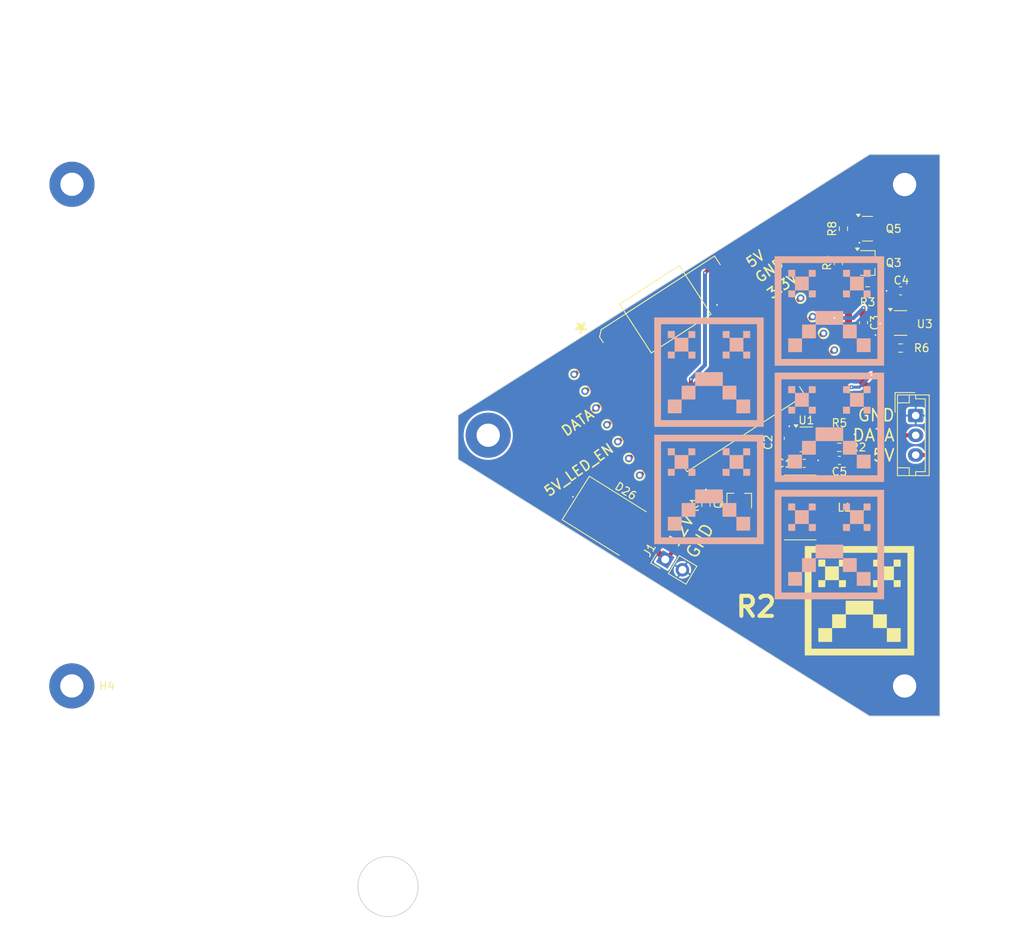
<source format=kicad_pcb>
(kicad_pcb (version 20240108) (generator "pcbnew") (generator_version "8.0")
  (layers (0 "F.Cu" signal) (31 "B.Cu" signal) (35 "F.Paste" user) (36 "B.SilkS" user "B.Silkscreen") (37 "F.SilkS" user "F.Silkscreen") (38 "B.Mask" user) (39 "F.Mask" user) (44 "Edge.Cuts" user))
  (net 0 "")
  (net 1 "GND")
  (net 2 "+12V")
  (net 3 "+3.3V")
  (net 4 "+5V")
  (net 5 "Net-(Q1-S)")
  (net 6 "LED_DATA_3.3V")
  (net 7 "LED_DATA_5V")
  (net 8 "Net-(Q3-G)")
  (net 9 "LED_ENABLE")
  (net 10 "5V_LED")
  (net 11 "Net-(U2-PA02_A0_D0)")
  (net 12 "Net-(U2-PA11_A3_D3)")
  (net 13 "Net-(U2-PA9_A5_D5_SCL)")
  (net 14 "Net-(U2-PB08_A6_D6_TX)")
  (net 15 "Net-(U2-PA6_A10_D10_MOSI)")
  (net 16 "Net-(U2-PA5_A9_D9_MISO)")
  (net 17 "Net-(U2-PA7_A8_D8_SCK)")
  (net 18 "Net-(U2-PB09_A7_D7_RX)")
  (net 19 "Net-(Q1-G)")
  (net 20 "Net-(U2-PA4_A1_D1)")
  (net 21 "Net-(Q5-B)")
  (net 22 "Net-(J4-Pin_2)")
  (net 23 "Net-(U1-SW)")
  (net 24 "Net-(U1-VBST)")
  (net 25 "Net-(U1-VFB)")
  (footprint "1-rjc-rv:TP_Wire-26ga" (layer "F.Cu") (at 45.085 -38.735 33)
    (property "Reference" "TP9" (hide yes))
    (property "Value" "TestPoint")
    (pad "1" thru_hole circle (at 0 0 33) (size 0.9398 0.9398) (drill 0.5334) (layers "*.Cu" "*.Mask") (net 18 "Net-(U2-PB09_A7_D7_RX)"))
  )
  (footprint "Capacitor_SMD:C_0603_1608Metric_Pad1.08x0.95mm_HandSolder" (layer "F.Cu") (at 53.467 -46.228 180)
    (property "Reference" "C4" (at -0.094 1.336 180) (layer "F.SilkS"))
    (property "Value" "1u")
    (pad "1" smd roundrect (at -0.8625 0 180) (size 1.075 0.95) (layers "F.Cu" "F.Paste" "F.Mask") (net 4 "+5V"))
    (pad "2" smd roundrect (at 0.8625 0 180) (size 1.075 0.95) (layers "F.Cu" "F.Paste" "F.Mask") (net 1 "GND"))
  )
  (footprint "Diode_SMD:D_SMC" (layer "F.Cu") (at 16.51 -17.399 -32)
    (property "Reference" "D26" (at 0 -4.1 -32) (layer "F.SilkS"))
    (property "Value" "SMCJ28CA")
    (pad "1" smd roundrect (at -3.4 0.000001 58) (size 3.3 2.5) (layers "F.Cu" "F.Paste" "F.Mask") (roundrect_rratio 0.1) (net 1 "GND"))
    (pad "2" smd roundrect (at 3.4 -0.000001 58) (size 3.3 2.5) (layers "F.Cu" "F.Paste" "F.Mask") (roundrect_rratio 0.1) (net 2 "+12V"))
  )
  (footprint "KM-ESP-Kit:Mount-Hole-#4" (layer "F.Cu") (at 53.972221 3.809637)
    (property "Reference" "H3" (hide yes))
    (property "Value" "MountingHole_Pad")
    (pad "1" thru_hole circle (at 0 0) (size 5.715 5.715) (drill 2.9464) (layers "*.Cu" "*.Mask") (net 1 "GND"))
  )
  (footprint "Package_TO_SOT_SMD:TSOT-23" (layer "F.Cu") (at 33.02 -19.637782 90)
    (property "Reference" "Q1" (at 0 -2.6 90) (layer "F.SilkS"))
    (property "Value" "DMP3099L")
    (pad "1" smd roundrect (at -1.31 -0.95 90) (size 1.22 0.65) (layers "F.Cu" "F.Paste" "F.Mask") (net 19 "Net-(Q1-G)"))
    (pad "2" smd roundrect (at -1.31 0.95 90) (size 1.22 0.65) (layers "F.Cu" "F.Paste" "F.Mask") (net 5 "Net-(Q1-S)"))
    (pad "3" smd roundrect (at 1.31 0 90) (size 1.22 0.65) (layers "F.Cu" "F.Paste" "F.Mask") (net 2 "+12V"))
  )
  (footprint "KM-ESP-Kit:Mount-Hole-#4" (layer "F.Cu") (at 53.971113 -59.698784)
    (property "Reference" "H2" (hide yes))
    (property "Value" "MountingHole_Pad")
    (pad "1" thru_hole circle (at 0 0) (size 5.715 5.715) (drill 2.9464) (layers "*.Cu" "*.Mask") (net 1 "GND"))
  )
  (footprint "Package_TO_SOT_SMD:SOT-23-6" (layer "F.Cu") (at 53.467 -42.164)
    (property "Reference" "U3" (at 3.048 0.127 0) (layer "F.SilkS"))
    (property "Value" "TXS0101DBV")
    (pad "1" smd roundrect (at -1.1375 -0.95) (size 1.325 0.6) (layers "F.Cu" "F.Paste" "F.Mask") (net 3 "+3.3V"))
    (pad "2" smd roundrect (at -1.1375 0) (size 1.325 0.6) (layers "F.Cu" "F.Paste" "F.Mask") (net 1 "GND"))
    (pad "3" smd roundrect (at -1.1375 0.95) (size 1.325 0.6) (layers "F.Cu" "F.Paste" "F.Mask") (net 6 "LED_DATA_3.3V"))
    (pad "4" smd roundrect (at 1.1375 0.95) (size 1.325 0.6) (layers "F.Cu" "F.Paste" "F.Mask") (net 7 "LED_DATA_5V"))
    (pad "5" smd roundrect (at 1.1375 0) (size 1.325 0.6) (layers "F.Cu" "F.Paste" "F.Mask") (net 3 "+3.3V"))
    (pad "6" smd roundrect (at 1.1375 -0.95) (size 1.325 0.6) (layers "F.Cu" "F.Paste" "F.Mask") (net 4 "+5V"))
  )
  (footprint "Resistor_SMD:R_0603_1608Metric_Pad0.98x0.95mm_HandSolder" (layer "F.Cu") (at 46.228 -54.102 90)
    (property "Reference" "R8" (at 0 -1.43 90) (layer "F.SilkS"))
    (property "Value" "100k")
    (pad "1" smd roundrect (at -0.9125 0 90) (size 0.975 0.95) (layers "F.Cu" "F.Paste" "F.Mask") (net 9 "LED_ENABLE"))
    (pad "2" smd roundrect (at 0.9125 0 90) (size 0.975 0.95) (layers "F.Cu" "F.Paste" "F.Mask") (net 21 "Net-(Q5-B)"))
  )
  (footprint "Capacitor_SMD:C_0603_1608Metric_Pad1.08x0.95mm_HandSolder" (layer "F.Cu") (at 45.72 -24.765 180)
    (property "Reference" "C5" (at 0 -1.43 180) (layer "F.SilkS"))
    (property "Value" "22u")
    (pad "1" smd roundrect (at -0.8625 0 180) (size 1.075 0.95) (layers "F.Cu" "F.Paste" "F.Mask") (net 4 "+5V"))
    (pad "2" smd roundrect (at 0.8625 0 180) (size 1.075 0.95) (layers "F.Cu" "F.Paste" "F.Mask") (net 1 "GND"))
  )
  (footprint "1-rjc-rv:brokedit_icon_750x750" (layer "F.Cu") (at 48.26 -6.985)
    (property "Reference" "FID1" (hide yes))
    (property "Value" "Fiducial" (hide yes))
  )
  (footprint "KM-ESP-Kit:Mount-Hole-#4-NoPad" (layer "F.Cu") (at 1.266105 -27.948781)
    (property "Reference" "H1" (hide yes))
    (property "Value" "MountingHole")
    (pad "" np_thru_hole circle (at 0 0) (size 5.715 5.715) (drill 2.9464) (layers "F&B.Cu" "*.Mask"))
  )
  (footprint "Resistor_SMD:R_0603_1608Metric_Pad0.98x0.95mm_HandSolder" (layer "F.Cu") (at 53.467 -38.989 180)
    (property "Reference" "R6" (at -2.667 0 180) (layer "F.SilkS"))
    (property "Value" "300")
    (pad "1" smd roundrect (at -0.9125 0 180) (size 0.975 0.95) (layers "F.Cu" "F.Paste" "F.Mask") (net 7 "LED_DATA_5V"))
    (pad "2" smd roundrect (at 0.9125 0 180) (size 0.975 0.95) (layers "F.Cu" "F.Paste" "F.Mask") (net 22 "Net-(J4-Pin_2)"))
  )
  (footprint "Resistor_SMD:R_0603_1608Metric_Pad0.98x0.95mm_HandSolder" (layer "F.Cu") (at 45.72 -26.416 180)
    (property "Reference" "R2" (at -2.413 0 0) (layer "F.SilkS"))
    (property "Value" "10k")
    (pad "1" smd roundrect (at -0.9125 0 180) (size 0.975 0.95) (layers "F.Cu" "F.Paste" "F.Mask") (net 4 "+5V"))
    (pad "2" smd roundrect (at 0.9125 0 180) (size 0.975 0.95) (layers "F.Cu" "F.Paste" "F.Mask") (net 25 "Net-(U1-VFB)"))
  )
  (footprint "1-rjc-rv:TP_Wire-26ga" (layer "F.Cu") (at 12.13381 -35.658282 -147)
    (property "Reference" "TP1" (hide yes))
    (property "Value" "TestPoint")
    (pad "1" thru_hole circle (at 0 0 213) (size 0.9398 0.9398) (drill 0.5334) (layers "*.Cu" "*.Mask") (net 11 "Net-(U2-PA02_A0_D0)"))
  )
  (footprint "KM-ESP-Kit:Mount-Hole-#4" (layer "F.Cu") (at -51.438898 3.801227)
    (property "Reference" "H4" (at 4.445 0 0) (layer "F.SilkS"))
    (property "Value" "MountingHole_Pad")
    (pad "1" thru_hole circle (at 0 0) (size 5.715 5.715) (drill 2.9464) (layers "*.Cu" "*.Mask") (net 1 "GND"))
  )
  (footprint "Resistor_SMD:R_0603_1608Metric_Pad0.98x0.95mm_HandSolder" (layer "F.Cu") (at 49.276 -46.228 180)
    (property "Reference" "R3" (at 0 -1.43 180) (layer "F.SilkS"))
    (property "Value" "0")
    (pad "1" smd roundrect (at -0.9125 0 180) (size 0.975 0.95) (layers "F.Cu" "F.Paste" "F.Mask") (net 10 "5V_LED"))
    (pad "2" smd roundrect (at 0.9125 0 180) (size 0.975 0.95) (layers "F.Cu" "F.Paste" "F.Mask") (net 4 "+5V"))
  )
  (footprint "Connector_PinHeader_2.54mm:PinHeader_1x02_P2.54mm_Vertical" (layer "F.Cu") (at 23.672112 -12.213677 59)
    (property "Reference" "J1" (at -0.000002 -2.330002 59) (layer "F.SilkS"))
    (property "Value" "Conn_01x04")
    (pad "1" thru_hole rect (at 0 0 59) (size 1.7 1.7) (drill 1) (layers "*.Cu" "*.Mask") (net 2 "+12V"))
    (pad "2" thru_hole oval (at 0 2.54 59) (size 1.7 1.7) (drill 1) (layers "*.Cu" "*.Mask") (net 1 "GND"))
  )
  (footprint "Connector_JST:JST_EH_B3B-EH-A_1x03_P2.50mm_Vertical" (layer "F.Cu") (at 55.371998 -30.44 -90)
    (property "Reference" "J4" (hide yes))
    (property "Value" "0.1\" header")
    (pad "1" thru_hole roundrect (at 0 0 270) (size 1.7 1.95) (drill 0.95) (layers "*.Cu" "*.Mask") (roundrect_rratio 0.147059) (net 1 "GND"))
    (pad "2" thru_hole oval (at 2.5 0 270) (size 1.7 1.95) (drill 0.95) (layers "*.Cu" "*.Mask") (net 22 "Net-(J4-Pin_2)"))
    (pad "3" thru_hole oval (at 5 0 270) (size 1.7 1.95) (drill 0.95) (layers "*.Cu" "*.Mask") (net 10 "5V_LED"))
  )
  (footprint "1-rjc-rv:TP_Wire-26ga" (layer "F.Cu") (at 17.667336 -27.137396 -147)
    (property "Reference" "TP3" (hide yes))
    (property "Value" "TestPoint")
    (pad "1" thru_hole circle (at 0 0 213) (size 0.9398 0.9398) (drill 0.5334) (layers "*.Cu" "*.Mask") (net 9 "LED_ENABLE"))
  )
  (footprint "Resistor_SMD:R_0603_1608Metric_Pad0.98x0.95mm_HandSolder" (layer "F.Cu") (at 28.829 -19.177 90)
    (property "Reference" "R1" (at 0 -1.43 90) (layer "F.SilkS"))
    (property "Value" "10k")
    (pad "1" smd roundrect (at -0.9125 0 90) (size 0.975 0.95) (layers "F.Cu" "F.Paste" "F.Mask") (net 19 "Net-(Q1-G)"))
    (pad "2" smd roundrect (at 0.9125 0 90) (size 0.975 0.95) (layers "F.Cu" "F.Paste" "F.Mask") (net 1 "GND"))
  )
  (footprint "KM-ESP-Kit:Mount-Hole-#4" (layer "F.Cu") (at -51.419685 -59.727331 -7.5)
    (property "Reference" "H5" (hide yes))
    (property "Value" "MountingHole_Pad")
    (pad "1" thru_hole circle (at 0 0 352.5) (size 5.715 5.715) (drill 2.9464) (layers "*.Cu" "*.Mask") (net 1 "GND"))
  )
  (footprint "Capacitor_SMD:C_0603_1608Metric_Pad1.08x0.95mm_HandSolder" (layer "F.Cu") (at 41.275 -24.384)
    (property "Reference" "C1" (at -2.54 0 0) (layer "F.SilkS"))
    (property "Value" "22u")
    (pad "1" smd roundrect (at -0.8625 0) (size 1.075 0.95) (layers "F.Cu" "F.Paste" "F.Mask") (net 5 "Net-(Q1-S)"))
    (pad "2" smd roundrect (at 0.8625 0) (size 1.075 0.95) (layers "F.Cu" "F.Paste" "F.Mask") (net 1 "GND"))
  )
  (footprint "1-rjc-rv:TP_Wire-26ga" (layer "F.Cu") (at 43.711202 -40.850464 33)
    (property "Reference" "TP8" (hide yes))
    (property "Value" "TestPoint")
    (pad "1" thru_hole circle (at 0 0 33) (size 0.9398 0.9398) (drill 0.5334) (layers "*.Cu" "*.Mask") (net 17 "Net-(U2-PA7_A8_D8_SCK)"))
  )
  (footprint "1-rjc-rv:TP_Wire-26ga" (layer "F.Cu") (at 19.05072 -25.007164 -147)
    (property "Reference" "TP4" (hide yes))
    (property "Value" "TestPoint")
    (pad "1" thru_hole circle (at 0 0 213) (size 0.9398 0.9398) (drill 0.5334) (layers "*.Cu" "*.Mask") (net 13 "Net-(U2-PA9_A5_D5_SCL)"))
  )
  (footprint "Inductor_SMD:L_Bourns_SRN8040TA" (layer "F.Cu") (at 40.767 -18.796)
    (property "Reference" "L1" (at 5.588 0 180) (layer "F.SilkS"))
    (property "Value" "L")
    (pad "1" smd rect (at -2.825 0 270) (size 6.6 2.85) (layers "F.Cu" "F.Paste" "F.Mask") (net 23 "Net-(U1-SW)"))
    (pad "2" smd rect (at 2.825 0 270) (size 6.6 2.85) (layers "F.Cu" "F.Paste" "F.Mask") (net 4 "+5V"))
  )
  (footprint "Resistor_SMD:R_0603_1608Metric_Pad0.98x0.95mm_HandSolder" (layer "F.Cu") (at 45.593 -49.784 90)
    (property "Reference" "R4" (at 0 -1.43 90) (layer "F.SilkS"))
    (property "Value" "100k")
    (pad "1" smd roundrect (at -0.9125 0 90) (size 0.975 0.95) (layers "F.Cu" "F.Paste" "F.Mask") (net 4 "+5V"))
    (pad "2" smd roundrect (at 0.9125 0 90) (size 0.975 0.95) (layers "F.Cu" "F.Paste" "F.Mask") (net 8 "Net-(Q3-G)"))
  )
  (footprint "KM-ESP-Kit:SeeedStudio-MOUDLE14P-SMD-2.54-21X17.8MM" (layer "F.Cu") (at 26.432773 -23.336198 33)
    (property "Reference" "U2" (hide yes))
    (property "Value" "MOUDLE-SEEEDUINO-XIAO-ESP32C3")
    (fp_text user "*" (at -2.54 -20.32 33) (layer "F.SilkS") (effects (font (size 2.54 2.54) (thickness 0.381)) (justify left bottom)))
    (pad "1" smd roundrect (at -0.1524 -18.1102 33) (size 4.572 2.032) (layers "F.Cu" "F.Paste" "F.Mask") (roundrect_rratio 0.5) (net 11 "Net-(U2-PA02_A0_D0)"))
    (pad "2" smd roundrect (at -0.152401 -15.58 33) (size 4.572 2.032) (layers "F.Cu" "F.Paste" "F.Mask") (roundrect_rratio 0.5) (net 20 "Net-(U2-PA4_A1_D1)"))
    (pad "3" smd roundrect (at -0.1524 -13.04 33) (size 4.572 2.032) (layers "F.Cu" "F.Paste" "F.Mask") (roundrect_rratio 0.5) (net 6 "LED_DATA_3.3V"))
    (pad "4" smd roundrect (at -0.1524 -10.5 33) (size 4.572 2.032) (layers "F.Cu" "F.Paste" "F.Mask") (roundrect_rratio 0.5) (net 12 "Net-(U2-PA11_A3_D3)"))
    (pad "5" smd roundrect (at -0.1524 -7.96 33) (size 4.572 2.032) (layers "F.Cu" "F.Paste" "F.Mask") (roundrect_rratio 0.5) (net 9 "LED_ENABLE"))
    (pad "6" smd roundrect (at -0.1524 -5.42 33) (size 4.572 2.032) (layers "F.Cu" "F.Paste" "F.Mask") (roundrect_rratio 0.5) (net 13 "Net-(U2-PA9_A5_D5_SCL)"))
    (pad "7" smd roundrect (at -0.1524 -2.88 33) (size 4.572 2.032) (layers "F.Cu" "F.Paste" "F.Mask") (roundrect_rratio 0.5) (net 14 "Net-(U2-PB08_A6_D6_TX)"))
    (pad "8" smd roundrect (at 17.906999 -2.88 33) (size 4.572 2.032) (layers "F.Cu" "F.Paste" "F.Mask") (roundrect_rratio 0.5) (net 18 "Net-(U2-PB09_A7_D7_RX)"))
    (pad "9" smd roundrect (at 17.907 -5.42 33) (size 4.572 2.032) (layers "F.Cu" "F.Paste" "F.Mask") (roundrect_rratio 0.5) (net 17 "Net-(U2-PA7_A8_D8_SCK)"))
    (pad "10" smd roundrect (at 17.907 -7.96 33) (size 4.572 2.032) (layers "F.Cu" "F.Paste" "F.Mask") (roundrect_rratio 0.5) (net 16 "Net-(U2-PA5_A9_D9_MISO)"))
    (pad "11" smd roundrect (at 17.907 -10.5 33) (size 4.572 2.032) (layers "F.Cu" "F.Paste" "F.Mask") (roundrect_rratio 0.5) (net 15 "Net-(U2-PA6_A10_D10_MOSI)"))
    (pad "12" smd roundrect (at 17.907 -13.04 33) (size 4.572 2.032) (layers "F.Cu" "F.Paste" "F.Mask") (roundrect_rratio 0.5) (net 3 "+3.3V"))
    (pad "13" smd roundrect (at 17.907 -15.58 33) (size 4.572 2.032) (layers "F.Cu" "F.Paste" "F.Mask") (roundrect_rratio 0.5) (net 1 "GND"))
    (pad "14" smd roundrect (at 17.907 -18.1102 33) (size 4.572 2.032) (layers "F.Cu" "F.Paste" "F.Mask") (roundrect_rratio 0.5) (net 4 "+5V"))
    (zone (net 0) (net_name "") (layer "F.Cu") (connect_pads (clearance 0)) (min_thickness 0.01)
      (keepout (tracks not_allowed) (vias not_allowed) (pads not_allowed) (copperpour not_allowed) (footprints allowed))
      (fill (thermal_gap 0.508) (thermal_bridge_width 0.508))
      (polygon (pts (xy 18.039517 -43.022956) (xy 19.530673 -43.991325) (xy 20.983225 -41.75459) (xy 19.492069 -40.786222)))
    )
    (zone (net 0) (net_name "") (layer "F.Cu") (connect_pads (clearance 0)) (min_thickness 0.01)
      (keepout (tracks not_allowed) (vias not_allowed) (pads not_allowed) (copperpour not_allowed) (footprints allowed))
      (fill (thermal_gap 0.508) (thermal_bridge_width 0.508))
      (polygon (pts (xy 20.25293 -39.614599) (xy 21.744086 -40.582967) (xy 23.196638 -38.346233) (xy 21.705482 -37.377865)))
    )
    (zone (net 0) (net_name "") (layer "F.Cu") (connect_pads (clearance 0)) (min_thickness 0.01)
      (keepout (tracks not_allowed) (vias not_allowed) (pads not_allowed) (copperpour not_allowed) (footprints allowed))
      (fill (thermal_gap 0.508) (thermal_bridge_width 0.508))
      (polygon (pts (xy 20.691266 -43.836442) (xy 25.058224 -46.672377) (xy 28.862527 -40.814263) (xy 24.49557 -37.978328)))
    )
    (zone (net 0) (net_name "") (layer "F.Cu") (connect_pads (clearance 0)) (min_thickness 0.01)
      (keepout (tracks not_allowed) (vias not_allowed) (pads not_allowed) (copperpour not_allowed) (footprints allowed))
      (fill (thermal_gap 0.508) (thermal_bridge_width 0.508))
      (polygon (pts (xy 21.984285 -35.666045) (xy 24.434042 -37.256936) (xy 25.540748 -35.552757) (xy 23.090992 -33.961866)))
    )
    (zone (net 0) (net_name "") (layer "F.Cu") (connect_pads (clearance 0)) (min_thickness 0.01)
      (keepout (tracks not_allowed) (vias not_allowed) (pads not_allowed) (copperpour not_allowed) (footprints allowed))
      (fill (thermal_gap 0.508) (thermal_bridge_width 0.508))
      (polygon (pts (xy 25.282276 -47.726459) (xy 26.773432 -48.694827) (xy 28.225984 -46.458093) (xy 26.734828 -45.489725)))
    )
    (zone (net 0) (net_name "") (layer "F.Cu") (connect_pads (clearance 0)) (min_thickness 0.01)
      (keepout (tracks not_allowed) (vias not_allowed) (pads not_allowed) (copperpour not_allowed) (footprints allowed))
      (fill (thermal_gap 0.508) (thermal_bridge_width 0.508))
      (polygon (pts (xy 27.495689 -44.318102) (xy 28.986845 -45.28647) (xy 30.439397 -43.049736) (xy 28.948241 -42.081368)))
    )
    (zone (net 0) (net_name "") (layer "F.Cu") (connect_pads (clearance 0)) (min_thickness 0.01)
      (keepout (tracks not_allowed) (vias not_allowed) (pads not_allowed) (copperpour not_allowed) (footprints allowed))
      (fill (thermal_gap 0.508) (thermal_bridge_width 0.508))
      (polygon (pts (xy 28.478077 -38.141717) (xy 31.034345 -39.801776) (xy 32.694405 -37.245508) (xy 30.138137 -35.585449)))
    )
    (zone (net 0) (net_name "") (layer "F.Cu") (connect_pads (clearance 0)) (min_thickness 0.01)
      (keepout (tracks not_allowed) (vias not_allowed) (pads not_allowed) (copperpour not_allowed) (footprints allowed))
      (fill (thermal_gap 0.508) (thermal_bridge_width 0.508))
      (polygon (pts (xy 30.029102 -29.457435) (xy 34.822104 -32.570047) (xy 36.205488 -30.439824) (xy 31.412485 -27.327212)))
    )
  )
  (footprint "Resistor_SMD:R_0603_1608Metric_Pad0.98x0.95mm_HandSolder" (layer "F.Cu") (at 45.72 -28.067)
    (property "Reference" "R5" (at 0 -1.43 0) (layer "F.SilkS"))
    (property "Value" "10k")
    (pad "1" smd roundrect (at -0.9125 0) (size 0.975 0.95) (layers "F.Cu" "F.Paste" "F.Mask") (net 25 "Net-(U1-VFB)"))
    (pad "2" smd roundrect (at 0.9125 0) (size 0.975 0.95) (layers "F.Cu" "F.Paste" "F.Mask") (net 1 "GND"))
  )
  (footprint "Package_TO_SOT_SMD:SOT-23-6" (layer "F.Cu") (at 41.5235 -27.432)
    (property "Reference" "U1" (at 0.0055 -2.413 0) (layer "F.SilkS"))
    (property "Value" "TPS562200")
    (pad "1" smd roundrect (at -1.1375 -0.95) (size 1.325 0.6) (layers "F.Cu" "F.Paste" "F.Mask") (net 1 "GND"))
    (pad "2" smd roundrect (at -1.1375 0) (size 1.325 0.6) (layers "F.Cu" "F.Paste" "F.Mask") (net 23 "Net-(U1-SW)"))
    (pad "3" smd roundrect (at -1.1375 0.95) (size 1.325 0.6) (layers "F.Cu" "F.Paste" "F.Mask") (net 5 "Net-(Q1-S)"))
    (pad "4" smd roundrect (at 1.1375 0.95) (size 1.325 0.6) (layers "F.Cu" "F.Paste" "F.Mask") (net 25 "Net-(U1-VFB)"))
    (pad "5" smd roundrect (at 1.1375 0) (size 1.325 0.6) (layers "F.Cu" "F.Paste" "F.Mask") (net 5 "Net-(Q1-S)"))
    (pad "6" smd roundrect (at 1.1375 -0.95) (size 1.325 0.6) (layers "F.Cu" "F.Paste" "F.Mask") (net 24 "Net-(U1-VBST)"))
  )
  (footprint "1-rjc-rv:TP_Wire-26ga" (layer "F.Cu") (at 42.337405 -42.965925 33)
    (property "Reference" "TP7" (hide yes))
    (property "Value" "TestPoint")
    (pad "1" thru_hole circle (at 0 0 33) (size 0.9398 0.9398) (drill 0.5334) (layers "*.Cu" "*.Mask") (net 16 "Net-(U2-PA5_A9_D9_MISO)"))
  )
  (footprint "Capacitor_SMD:C_0603_1608Metric_Pad1.08x0.95mm_HandSolder" (layer "F.Cu") (at 38.227 -27.559 90)
    (property "Reference" "C2" (at -0.508 -1.524 90) (layer "F.SilkS"))
    (property "Value" "0.1u")
    (pad "1" smd roundrect (at -0.8625 0 90) (size 1.075 0.95) (layers "F.Cu" "F.Paste" "F.Mask") (net 23 "Net-(U1-SW)"))
    (pad "2" smd roundrect (at 0.8625 0 90) (size 1.075 0.95) (layers "F.Cu" "F.Paste" "F.Mask") (net 24 "Net-(U1-VBST)"))
  )
  (footprint "Package_TO_SOT_SMD:SOT-23" (layer "F.Cu") (at 49.276 -54.102)
    (property "Reference" "Q5" (at 3.302 0 0) (layer "F.SilkS"))
    (property "Value" "MMBT3904")
    (pad "1" smd roundrect (at -0.9375 -0.95) (size 1.475 0.6) (layers "F.Cu" "F.Paste" "F.Mask") (net 21 "Net-(Q5-B)"))
    (pad "2" smd roundrect (at -0.9375 0.95) (size 1.475 0.6) (layers "F.Cu" "F.Paste" "F.Mask") (net 1 "GND"))
    (pad "3" smd roundrect (at 0.9375 0) (size 1.475 0.6) (layers "F.Cu" "F.Paste" "F.Mask") (net 8 "Net-(Q3-G)"))
  )
  (footprint "1-rjc-rv:TP_Wire-26ga" (layer "F.Cu") (at 16.283958 -29.267615 -147)
    (property "Reference" "TP2" (hide yes))
    (property "Value" "TestPoint")
    (pad "1" thru_hole circle (at 0 0 213) (size 0.9398 0.9398) (drill 0.5334) (layers "*.Cu" "*.Mask") (net 12 "Net-(U2-PA11_A3_D3)"))
  )
  (footprint "1-rjc-rv:TP_Wire-26ga" (layer "F.Cu") (at 40.815685 -45.309172 33)
    (property "Reference" "TP6" (hide yes))
    (property "Value" "TestPoint")
    (pad "1" thru_hole circle (at 0 0 33) (size 0.9398 0.9398) (drill 0.5334) (layers "*.Cu" "*.Mask") (net 15 "Net-(U2-PA6_A10_D10_MOSI)"))
  )
  (footprint "1-rjc-rv:TP_Wire-26ga" (layer "F.Cu") (at 20.434109 -22.876942 -147)
    (property "Reference" "TP5" (hide yes))
    (property "Value" "TestPoint")
    (pad "1" thru_hole circle (at 0 0 213) (size 0.9398 0.9398) (drill 0.5334) (layers "*.Cu" "*.Mask") (net 14 "Net-(U2-PB08_A6_D6_TX)"))
  )
  (footprint "1-rjc-rv:TP_Wire-26ga" (layer "F.Cu") (at 13.517191 -33.52806 -147)
    (property "Reference" "TP11" (hide yes))
    (property "Value" "TestPoint")
    (pad "1" thru_hole circle (at 0 0 213) (size 0.9398 0.9398) (drill 0.5334) (layers "*.Cu" "*.Mask") (net 20 "Net-(U2-PA4_A1_D1)"))
  )
  (footprint "Package_TO_SOT_SMD:TSOT-23" (layer "F.Cu") (at 49.276 -49.784)
    (property "Reference" "Q3" (at 3.302 0 0) (layer "F.SilkS"))
    (property "Value" "DMP3099L")
    (pad "1" smd roundrect (at -1.31 -0.95) (size 1.22 0.65) (layers "F.Cu" "F.Paste" "F.Mask") (net 8 "Net-(Q3-G)"))
    (pad "2" smd roundrect (at -1.31 0.95) (size 1.22 0.65) (layers "F.Cu" "F.Paste" "F.Mask") (net 4 "+5V"))
    (pad "3" smd roundrect (at 1.31 0) (size 1.22 0.65) (layers "F.Cu" "F.Paste" "F.Mask") (net 10 "5V_LED"))
  )
  (footprint "1-rjc-rv:TP_Wire-26ga" (layer "F.Cu") (at 14.900577 -31.397847 -147)
    (property "Reference" "TP10" (hide yes))
    (property "Value" "TestPoint")
    (pad "1" thru_hole circle (at 0 0 213) (size 0.9398 0.9398) (drill 0.5334) (layers "*.Cu" "*.Mask") (net 6 "LED_DATA_3.3V"))
  )
  (footprint "Capacitor_SMD:C_0603_1608Metric_Pad1.08x0.95mm_HandSolder" (layer "F.Cu") (at 48.768 -42.2025 -90)
    (property "Reference" "C3" (at 0 -1.43 -90) (layer "F.SilkS"))
    (property "Value" "1u")
    (pad "1" smd roundrect (at -0.8625 0 270) (size 1.075 0.95) (layers "F.Cu" "F.Paste" "F.Mask") (net 3 "+3.3V"))
    (pad "2" smd roundrect (at 0.8625 0 270) (size 1.075 0.95) (layers "F.Cu" "F.Paste" "F.Mask") (net 1 "GND"))
  )
  (footprint "1-rjc-rv:brokedit_icon_750x750" (layer "B.Cu") (at 29.21 -21.082 180)
    (property "Reference" "FID4" (hide yes))
    (property "Value" "Fiducial" (hide yes))
  )
  (footprint "1-rjc-rv:brokedit_icon_750x750" (layer "B.Cu") (at 44.45 -43.683545 180)
    (property "Reference" "FID5" (hide yes))
    (property "Value" "Fiducial" (hide yes))
  )
  (footprint "1-rjc-rv:brokedit_icon_750x750" (layer "B.Cu") (at 29.21 -35.936545 180)
    (property "Reference" "FID3" (hide yes))
    (property "Value" "Fiducial" (hide yes))
  )
  (footprint "1-rjc-rv:brokedit_icon_750x750" (layer "B.Cu") (at 44.45 -28.951545 180)
    (property "Reference" "FID6" (hide yes))
    (property "Value" "Fiducial" (hide yes))
  )
  (footprint "1-rjc-rv:brokedit_icon_750x750" (layer "B.Cu") (at 44.45 -14.097 180)
    (property "Reference" "FID2" (hide yes))
    (property "Value" "Fiducial" (hide yes))
  )
  (gr_line (start 58.42 -63.5) (end 58.42 7.62) (stroke (width 0.1)) (layer "Edge.Cuts"))
  (gr_line (start -2.54 -24.892) (end 49.53 7.62) (stroke (width 0.1)) (layer "Edge.Cuts"))
  (gr_line (start 58.42 -63.5) (end 49.53 -63.5) (stroke (width 0.1)) (layer "Edge.Cuts"))
  (gr_circle (center -11.419996 29.210001) (end -7.642588 29.707303) (stroke (width 0.1)) (fill none) (layer "Edge.Cuts"))
  (gr_line (start -2.54 -30.48) (end -2.54 -24.892) (stroke (width 0.1)) (layer "Edge.Cuts"))
  (gr_line (start 49.53 7.62) (end 58.42 7.62) (stroke (width 0.1)) (layer "Edge.Cuts"))
  (gr_line (start 49.53 -63.5) (end -2.54 -30.48) (stroke (width 0.1)) (layer "Edge.Cuts"))
  (gr_text "R2" (at 35.179 -6.223 0) (layer "F.SilkS") (effects (font (size 2.54 2.54) (thickness 0.508) (bold yes))))
  (gr_text "5V" (at 34.036 -49.53 35) (layer "F.SilkS") (effects (font (size 1.27 1.27) (thickness 0.2032)) (justify left)))
  (gr_text "3.3V" (at 36.703 -45.593 35) (layer "F.SilkS") (effects (font (size 1.27 1.27) (thickness 0.2032)) (justify left)))
  (gr_text "12V" (at 24.53054 -13.97 59) (layer "F.SilkS") (effects (font (size 1.524 1.524) (thickness 0.2032)) (justify left)))
  (gr_text "DATA" (at 10.668 -28.194 35) (layer "F.SilkS") (effects (font (size 1.27 1.27) (thickness 0.2032)) (justify left)))
  (gr_text "GND" (at 26.797 -12.446 59) (layer "F.SilkS") (effects (font (size 1.524 1.524) (thickness 0.2032)) (justify left)))
  (gr_text "GND" (at 52.832 -30.48 0) (layer "F.SilkS") (effects (font (size 1.524 1.524) (thickness 0.2032)) (justify right)))
  (gr_text "DATA" (at 52.832 -27.94 0) (layer "F.SilkS") (effects (font (size 1.524 1.524) (thickness 0.2032)) (justify right)))
  (gr_text "5V" (at 52.832 -25.4 0) (layer "F.SilkS") (effects (font (size 1.524 1.524) (thickness 0.2032)) (justify right)))
  (gr_text "GND" (at 35.179 -47.625 35) (layer "F.SilkS") (effects (font (size 1.27 1.27) (thickness 0.2032)) (justify left)))
  (gr_text "5V_LED_EN" (at 17.018 -26.543 35) (layer "F.SilkS") (effects (font (size 1.27 1.27) (thickness 0.2032)) (justify right)))
  (segment (start 43.0265 -24.765) (end 42.6455 -24.384) (width 0.381) (layer "F.Cu") (net 1))
  (segment (start 47.625 -28.067) (end 46.6325 -28.067) (width 0.381) (layer "F.Cu") (net 1))
  (segment (start 48.26 -53.0735) (end 48.3385 -53.152) (width 0.508) (layer "F.Cu") (net 1))
  (segment (start 12.618645 -20.147355) (end 11.986412 -20.147355) (width 0.762) (layer "F.Cu") (net 1))
  (segment (start 13.589 -19.177) (end 12.618645 -20.147355) (width 0.762) (layer "F.Cu") (net 1))
  (segment (start 42.6455 -24.384) (end 42.1375 -24.384) (width 0.381) (layer "F.Cu") (net 1))
  (segment (start 30.226 -44.45) (end 31.259839 -44.45) (width 0.508) (layer "F.Cu") (net 1))
  (segment (start 39.685 -29.083) (end 40.386 -28.382) (width 0.381) (layer "F.Cu") (net 1))
  (segment (start 51.689 -46.228) (end 52.6045 -46.228) (width 0.508) (layer "F.Cu") (net 1))
  (segment (start 28.829 -21.082) (end 28.829 -20.0895) (width 0.508) (layer "F.Cu") (net 1))
  (segment (start 48.26 -52.324) (end 48.26 -53.0735) (width 0.508) (layer "F.Cu") (net 1))
  (segment (start 48.768 -40.64) (end 50.292 -40.64) (width 0.508) (layer "F.Cu") (net 1))
  (segment (start 39.37 -29.083) (end 39.685 -29.083) (width 0.381) (layer "F.Cu") (net 1))
  (segment (start 44.8575 -24.765) (end 43.0265 -24.765) (width 0.381) (layer "F.Cu") (net 1))
  (segment (start 50.866 -42.098) (end 52.324 -42.098) (width 0.508) (layer "F.Cu") (net 1))
  (segment (start 31.259839 -44.45) (end 32.965372 -46.155533) (width 0.508) (layer "F.Cu") (net 1))
  (via (at 50.292 -40.64) (size 0.508) (drill 0.2032) (layers "F.Cu" "B.Cu") (net 1))
  (via (at 28.829 -21.082) (size 0.508) (drill 0.2032) (layers "F.Cu" "B.Cu") (net 1))
  (via (at 39.37 -29.083) (size 0.508) (drill 0.2032) (layers "F.Cu" "B.Cu") (net 1))
  (via (at 51.689 -46.228) (size 0.508) (drill 0.2032) (layers "F.Cu" "B.Cu") (net 1))
  (via (at 48.26 -52.324) (size 0.508) (drill 0.2032) (layers "F.Cu" "B.Cu") (net 1))
  (via (at 11.986412 -20.147355) (size 0.508) (drill 0.2032) (layers "F.Cu" "B.Cu") (net 1))
  (via (at 30.226 -44.45) (size 0.508) (drill 0.2032) (layers "F.Cu" "B.Cu") (net 1))
  (via (at 50.866 -42.098) (size 0.508) (drill 0.2032) (layers "F.Cu" "B.Cu") (net 1))
  (via (at 47.625 -28.067) (size 0.508) (drill 0.2032) (layers "F.Cu" "B.Cu") (net 1))
  (via (at 43.0265 -24.765) (size 0.508) (drill 0.2032) (layers "F.Cu" "B.Cu") (net 1))
  (segment (start 21.661789 -14.224) (end 20.766639 -14.224) (width 0.762) (layer "F.Cu") (net 2))
  (segment (start 20.766639 -14.224) (end 19.393364 -15.597275) (width 0.762) (layer "F.Cu") (net 2))
  (segment (start 32.258 -16.256) (end 27.714435 -16.256) (width 0.508) (layer "F.Cu") (net 2))
  (segment (start 23.672112 -12.213677) (end 21.661789 -14.224) (width 0.762) (layer "F.Cu") (net 2))
  (segment (start 33.02 -21.347782) (end 33.02 -17.018) (width 0.508) (layer "F.Cu") (net 2))
  (segment (start 27.714435 -16.256) (end 23.672112 -12.213677) (width 0.508) (layer "F.Cu") (net 2))
  (segment (start 33.02 -17.018) (end 32.258 -16.256) (width 0.508) (layer "F.Cu") (net 2))
  (segment (start 37.592 -46.736) (end 34.88131 -44.02531) (width 0.508) (layer "F.Cu") (net 3))
  (segment (start 48.768 -44.069) (end 48.768 -43.065) (width 0.508) (layer "F.Cu") (net 3))
  (segment (start 53.914 -42.098) (end 52.964 -43.048) (width 0.254) (layer "F.Cu") (net 3))
  (segment (start 52.307 -43.065) (end 52.324 -43.048) (width 0.508) (layer "F.Cu") (net 3))
  (segment (start 45.085 -42.799) (end 41.148 -46.736) (width 0.508) (layer "F.Cu") (net 3))
  (segment (start 52.964 -43.048) (end 52.324 -43.048) (width 0.254) (layer "F.Cu") (net 3))
  (segment (start 41.148 -46.736) (end 37.592 -46.736) (width 0.508) (layer "F.Cu") (net 3))
  (segment (start 34.88131 -44.02531) (end 34.348765 -44.02531) (width 0.508) (layer "F.Cu") (net 3))
  (segment (start 48.768 -43.065) (end 52.307 -43.065) (width 0.508) (layer "F.Cu") (net 3))
  (segment (start 54.599 -42.098) (end 53.914 -42.098) (width 0.254) (layer "F.Cu") (net 3))
  (via (at 48.768 -44.069) (size 0.508) (drill 0.2032) (layers "F.Cu" "B.Cu") (net 3))
  (via (at 45.085 -42.799) (size 0.508) (drill 0.2032) (layers "F.Cu" "B.Cu") (net 3))
  (segment (start 45.085 -42.799) (end 47.498 -42.799) (width 0.508) (layer "B.Cu") (net 3))
  (segment (start 47.498 -42.799) (end 48.768 -44.069) (width 0.508) (layer "B.Cu") (net 3))
  (segment (start 44.196 -46.201999) (end 45.693999 -46.201999) (width 0.508) (layer "F.Cu") (net 4))
  (segment (start 46.5825 -24.765) (end 46.5825 -19.1505) (width 0.508) (layer "F.Cu") (net 4))
  (segment (start 54.3295 -44.958) (end 54.6045 -44.683) (width 0.508) (layer "F.Cu") (net 4))
  (segment (start 49.784 -33.528) (end 46.863 -36.449) (width 0.889) (layer "F.Cu") (net 4))
  (segment (start 31.587321 -48.277549) (end 32.839772 -49.53) (width 0.508) (layer "F.Cu") (net 4))
  (segment (start 46.5825 -24.765) (end 49.53 -24.765) (width 0.889) (layer "F.Cu") (net 4))
  (segment (start 54.6045 -44.683) (end 54.6045 -43.114) (width 0.508) (layer "F.Cu") (net 4))
  (segment (start 47.966 -48.834) (end 47.966 -47.966) (width 0.508) (layer "F.Cu") (net 4))
  (segment (start 47.498 -44.958) (end 54.3295 -44.958) (width 0.508) (layer "F.Cu") (net 4))
  (segment (start 54.3295 -46.228) (end 54.3295 -44.958) (width 0.508) (layer "F.Cu") (net 4))
  (segment (start 49.784 -25.019) (end 49.784 -33.528) (width 0.889) (layer "F.Cu") (net 4))
  (segment (start 45.693999 -46.201999) (end 45.72 -46.228) (width 0.508) (layer "F.Cu") (net 4))
  (segment (start 46.5825 -24.765) (end 46.6325 -24.815) (width 0.381) (layer "F.Cu") (net 4))
  (segment (start 46.863 -44.323) (end 47.244 -44.704) (width 0.889) (layer "F.Cu") (net 4))
  (segment (start 47.244 -44.704) (end 47.498 -44.958) (width 0.508) (layer "F.Cu") (net 4))
  (segment (start 47.966 -47.966) (end 47.244 -47.244) (width 0.508) (layer "F.Cu") (net 4))
  (segment (start 40.867999 -49.53) (end 44.196 -46.201999) (width 0.508) (layer "F.Cu") (net 4))
  (segment (start 32.839772 -49.53) (end 40.867999 -49.53) (width 0.508) (layer "F.Cu") (net 4))
  (segment (start 47.244 -47.244) (end 47.244 -46.228) (width 0.508) (layer "F.Cu") (net 4))
  (segment (start 47.966 -48.834) (end 45.6305 -48.834) (width 0.508) (layer "F.Cu") (net 4))
  (segment (start 45.72 -18.288) (end 43.592 -18.288) (width 0.508) (layer "F.Cu") (net 4))
  (segment (start 46.5825 -19.1505) (end 45.72 -18.288) (width 0.508) (layer "F.Cu") (net 4))
  (segment (start 45.6305 -48.834) (end 45.593 -48.8715) (width 0.508) (layer "F.Cu") (net 4))
  (segment (start 47.244 -46.228) (end 48.3635 -46.228) (width 0.508) (layer "F.Cu") (net 4))
  (segment (start 47.244 -44.704) (end 47.244 -46.228) (width 0.508) (layer "F.Cu") (net 4))
  (segment (start 45.72 -46.228) (end 47.244 -46.228) (width 0.508) (layer "F.Cu") (net 4))
  (segment (start 49.53 -24.765) (end 49.784 -25.019) (width 0.889) (layer "F.Cu") (net 4))
  (segment (start 46.6325 -24.815) (end 46.6325 -26.416) (width 0.381) (layer "F.Cu") (net 4))
  (segment (start 46.863 -36.449) (end 46.863 -44.323) (width 0.889) (layer "F.Cu") (net 4))
  (segment (start 40.64 -21.5685) (end 40.64 -14.478) (width 0.635) (layer "F.Cu") (net 5))
  (segment (start 40.96 -26.482) (end 41.91 -27.432) (width 0.1524) (layer "F.Cu") (net 5))
  (segment (start 40.4125 -24.384) (end 40.4125 -26.4555) (width 0.381) (layer "F.Cu") (net 5))
  (segment (start 40.4125 -21.796) (end 40.64 -21.5685) (width 0.635) (layer "F.Cu") (net 5))
  (segment (start 40.64 -14.478) (end 39.37 -13.208) (width 0.635) (layer "F.Cu") (net 5))
  (segment (start 35.941 -13.208) (end 33.97 -15.179) (width 0.635) (layer "F.Cu") (net 5))
  (segment (start 40.4125 -26.4555) (end 40.386 -26.482) (width 0.381) (layer "F.Cu") (net 5))
  (segment (start 39.37 -13.208) (end 35.941 -13.208) (width 0.635) (layer "F.Cu") (net 5))
  (segment (start 33.97 -17.927782) (end 34.036 -17.993782) (width 0.508) (layer "F.Cu") (net 5))
  (segment (start 40.4125 -24.384) (end 40.4125 -21.796) (width 0.635) (layer "F.Cu") (net 5))
  (segment (start 40.386 -26.482) (end 40.96 -26.482) (width 0.1524) (layer "F.Cu") (net 5))
  (segment (start 41.91 -27.432) (end 42.661 -27.432) (width 0.1524) (layer "F.Cu") (net 5))
  (segment (start 33.97 -15.179) (end 33.97 -17.927782) (width 0.635) (layer "F.Cu") (net 5))
  (segment (start 13.208 -29.70527) (end 14.900577 -31.397847) (width 0.381) (layer "F.Cu") (net 6))
  (segment (start 51.308 -37.084) (end 49.784 -35.56) (width 0.381) (layer "F.Cu") (net 6))
  (segment (start 41.783 -34.036) (end 39.751 -32.004) (width 0.381) (layer "F.Cu") (net 6))
  (segment (start 33.528 -26.797) (end 30.226 -26.797) (width 0.381) (layer "F.Cu") (net 6))
  (segment (start 30.226 -26.797) (end 23.749 -20.32) (width 0.381) (layer "F.Cu") (net 6))
  (segment (start 14.900577 -31.397847) (end 19.202869 -34.189459) (width 0.508) (layer "F.Cu") (net 6))
  (segment (start 23.749 -20.32) (end 20.32 -20.32) (width 0.381) (layer "F.Cu") (net 6))
  (segment (start 20.32 -20.32) (end 13.208 -27.432) (width 0.381) (layer "F.Cu") (net 6))
  (segment (start 39.751 -32.004) (end 38.735 -32.004) (width 0.381) (layer "F.Cu") (net 6))
  (segment (start 13.208 -27.432) (end 13.208 -29.70527) (width 0.381) (layer "F.Cu") (net 6))
  (segment (start 52.3295 -41.214) (end 51.308 -40.1925) (width 0.381) (layer "F.Cu") (net 6))
  (segment (start 51.308 -40.1925) (end 51.308 -37.084) (width 0.381) (layer "F.Cu") (net 6))
  (segment (start 38.735 -32.004) (end 33.528 -26.797) (width 0.381) (layer "F.Cu") (net 6))
  (segment (start 47.244 -34.036) (end 41.783 -34.036) (width 0.381) (layer "F.Cu") (net 6))
  (via (at 47.244 -34.036) (size 0.508) (drill 0.2032) (layers "F.Cu" "B.Cu") (net 6))
  (via (at 49.784 -35.56) (size 0.508) (drill 0.2032) (layers "F.Cu" "B.Cu") (net 6))
  (segment (start 48.26 -34.036) (end 47.244 -34.036) (width 0.381) (layer "B.Cu") (net 6))
  (segment (start 49.784 -35.56) (end 48.26 -34.036) (width 0.381) (layer "B.Cu") (net 6))
  (segment (start 54.6045 -41.214) (end 54.6045 -39.214) (width 0.508) (layer "F.Cu") (net 7))
  (segment (start 54.6045 -39.214) (end 54.3795 -38.989) (width 0.508) (layer "F.Cu") (net 7))
  (segment (start 50.2135 -54.102) (end 50.2135 -51.9915) (width 0.508) (layer "F.Cu") (net 8))
  (segment (start 45.6305 -50.734) (end 45.593 -50.6965) (width 0.508) (layer "F.Cu") (net 8))
  (segment (start 50.2135 -51.9915) (end 48.956 -50.734) (width 0.508) (layer "F.Cu") (net 8))
  (segment (start 47.966 -50.734) (end 45.6305 -50.734) (width 0.508) (layer "F.Cu") (net 8))
  (segment (start 48.956 -50.734) (end 47.966 -50.734) (width 0.508) (layer "F.Cu") (net 8))
  (segment (start 26.924 -35.052) (end 26.924 -34.29) (width 0.508) (layer "F.Cu") (net 9))
  (segment (start 26.924 -34.29) (end 22.563013 -29.929013) (width 0.508) (layer "F.Cu") (net 9))
  (segment (start 31.496 -51.308) (end 28.702 -48.514) (width 0.508) (layer "F.Cu") (net 9))
  (segment (start 22.563013 -29.929013) (end 21.969637 -29.929013) (width 0.508) (layer "F.Cu") (net 9))
  (segment (start 46.228 -53.1895) (end 43.5375 -53.1895) (width 0.508) (layer "F.Cu") (net 9))
  (segment (start 43.5375 -53.1895) (end 41.656 -51.308) (width 0.508) (layer "F.Cu") (net 9))
  (segment (start 17.667336 -27.137396) (end 21.969637 -29.929013) (width 0.508) (layer "F.Cu") (net 9))
  (segment (start 41.656 -51.308) (end 31.496 -51.308) (width 0.508) (layer "F.Cu") (net 9))
  (via (at 28.702 -48.514) (size 0.508) (drill 0.2032) (layers "F.Cu" "B.Cu") (net 9))
  (via (at 26.924 -35.052) (size 0.508) (drill 0.2032) (layers "F.Cu" "B.Cu") (net 9))
  (segment (start 28.702 -48.514) (end 28.702 -36.83) (width 0.508) (layer "B.Cu") (net 9))
  (segment (start 28.702 -36.83) (end 26.924 -35.052) (width 0.508) (layer "B.Cu") (net 9))
  (segment (start 57.404 -26.055003) (end 57.404 -46.99) (width 0.508) (layer "F.Cu") (net 10))
  (segment (start 50.1885 -47.9025) (end 50.586 -48.3) (width 0.508) (layer "F.Cu") (net 10))
  (segment (start 54.61 -49.784) (end 50.586 -49.784) (width 0.508) (layer "F.Cu") (net 10))
  (segment (start 57.404 -46.99) (end 54.61 -49.784) (width 0.508) (layer "F.Cu") (net 10))
  (segment (start 50.586 -48.3) (end 50.586 -49.784) (width 0.508) (layer "F.Cu") (net 10))
  (segment (start 55.371993 -25.439998) (end 56.788995 -25.439998) (width 0.508) (layer "F.Cu") (net 10))
  (segment (start 50.1885 -46.228) (end 50.1885 -47.9025) (width 0.508) (layer "F.Cu") (net 10))
  (segment (start 56.788995 -25.439998) (end 57.404 -26.055003) (width 0.508) (layer "F.Cu") (net 10))
  (segment (start 12.13381 -35.658282) (end 16.441432 -38.441682) (width 0.508) (layer "F.Cu") (net 11))
  (segment (start 16.283958 -29.267615) (end 20.586249 -32.059239) (width 0.508) (layer "F.Cu") (net 12))
  (segment (start 19.05072 -25.007164) (end 23.353015 -27.798784) (width 0.508) (layer "F.Cu") (net 13))
  (segment (start 20.434109 -22.876942) (end 24.736391 -25.668566) (width 0.508) (layer "F.Cu") (net 14))
  (segment (start 40.815685 -45.309172) (end 35.732137 -41.895094) (width 0.508) (layer "F.Cu") (net 15))
  (segment (start 42.337405 -42.965925) (end 37.115516 -39.764866) (width 0.508) (layer "F.Cu") (net 16))
  (segment (start 43.711202 -40.850464) (end 38.498904 -37.63464) (width 0.508) (layer "F.Cu") (net 17))
  (segment (start 45.085 -38.735) (end 39.882279 -35.504426) (width 0.508) (layer "F.Cu") (net 18))
  (segment (start 31.722 -17.579782) (end 32.07 -17.927782) (width 0.508) (layer "F.Cu") (net 19))
  (segment (start 29.513718 -17.579782) (end 31.722 -17.579782) (width 0.508) (layer "F.Cu") (net 19))
  (segment (start 28.829 -18.2645) (end 29.513718 -17.579782) (width 0.508) (layer "F.Cu") (net 19))
  (segment (start 13.517191 -33.52806) (end 17.819481 -36.319679) (width 0.508) (layer "F.Cu") (net 20))
  (segment (start 46.2655 -55.052) (end 46.228 -55.0145) (width 0.508) (layer "F.Cu") (net 21))
  (segment (start 48.3385 -55.052) (end 46.2655 -55.052) (width 0.508) (layer "F.Cu") (net 21))
  (segment (start 51.568999 -35.566999) (end 52.5545 -36.5525) (width 0.508) (layer "F.Cu") (net 22))
  (segment (start 52.5545 -36.5525) (end 52.5545 -38.989) (width 0.508) (layer "F.Cu") (net 22))
  (segment (start 53.34 -27.94) (end 51.568999 -29.711001) (width 0.508) (layer "F.Cu") (net 22))
  (segment (start 55.372002 -27.940002) (end 55.372 -27.94) (width 0.508) (layer "F.Cu") (net 22))
  (segment (start 51.568999 -29.711001) (end 51.568999 -35.566999) (width 0.508) (layer "F.Cu") (net 22))
  (segment (start 55.372 -27.94) (end 53.34 -27.94) (width 0.508) (layer "F.Cu") (net 22))
  (segment (start 37.942 -18.288) (end 37.973 -18.319) (width 0.508) (layer "F.Cu") (net 23))
  (segment (start 38.227 -25.4) (end 38.227 -26.6965) (width 0.508) (layer "F.Cu") (net 23))
  (segment (start 38.227 -26.6965) (end 38.9625 -27.432) (width 0.381) (layer "F.Cu") (net 23))
  (segment (start 37.942 -18.288) (end 37.942 -20.141) (width 0.381) (layer "F.Cu") (net 23))
  (segment (start 38.9625 -27.432) (end 40.386 -27.432) (width 0.381) (layer "F.Cu") (net 23))
  (segment (start 37.973 -18.319) (end 37.973 -25.146) (width 0.508) (layer "F.Cu") (net 23))
  (segment (start 37.973 -25.146) (end 38.227 -25.4) (width 0.508) (layer "F.Cu") (net 23))
  (segment (start 42.661 -28.382) (end 42.661 -29.3215) (width 0.381) (layer "F.Cu") (net 24))
  (segment (start 38.227 -29.083) (end 38.227 -28.9295) (width 0.381) (layer "F.Cu") (net 24))
  (segment (start 39.497 -30.353) (end 38.227 -29.083) (width 0.381) (layer "F.Cu") (net 24))
  (segment (start 41.6295 -30.353) (end 39.497 -30.353) (width 0.381) (layer "F.Cu") (net 24))
  (segment (start 42.661 -29.3215) (end 41.6295 -30.353) (width 0.381) (layer "F.Cu") (net 24))
  (segment (start 43.942 -26.416) (end 43.876 -26.482) (width 0.381) (layer "F.Cu") (net 25))
  (segment (start 44.8075 -26.416) (end 44.8075 -28.067) (width 0.508) (layer "F.Cu") (net 25))
  (segment (start 43.876 -26.482) (end 42.661 -26.482) (width 0.381) (layer "F.Cu") (net 25))
  (segment (start 44.8075 -26.416) (end 43.942 -26.416) (width 0.381) (layer "F.Cu") (net 25))
  (zone (net 24) (net_name "Net-(U1-VBST)") (layer "F.Cu") (priority 1) (connect_pads yes (clearance 0.254)) (min_thickness 0.254) (fill yes (thermal_gap 0.0254) (thermal_bridge_width 0.5))
    (polygon (pts (xy 38.862 -30.861) (xy 42.164 -30.861) (xy 43.434 -29.591) (xy 43.434 -28.067) (xy 41.91 -28.067) (xy 41.91 -28.956) (xy 41.275 -29.718) (xy 39.37 -29.718) (xy 38.735 -29.337) (xy 38.735 -28.321) (xy 37.592 -28.321) (xy 37.592 -29.591)))
  )
  (zone (net 5) (net_name "Net-(Q1-S)") (layer "F.Cu") (priority 1) (connect_pads yes (clearance 0.254)) (min_thickness 0.254) (fill yes (thermal_gap 0.0254) (thermal_bridge_width 0.5))
    (polygon (pts (xy 41.148 -26.797) (xy 41.148 -25.019) (xy 41.021 -24.892) (xy 41.021 -23.876) (xy 39.878 -23.876) (xy 39.878 -24.892) (xy 39.624 -25.4) (xy 39.624 -26.797)))
  )
  (zone (net 4) (net_name "+5V") (layer "F.Cu") (priority 1) (connect_pads yes (clearance 0.254)) (min_thickness 0.254) (fill yes (thermal_gap 0.0254) (thermal_bridge_width 0.5))
    (polygon (pts (xy 45.974 -23.876) (xy 45.974 -25.273) (xy 50.292 -25.273) (xy 50.292 -15.494) (xy 44.831 -15.494) (xy 44.831 -22.86)))
  )
  (zone (net 23) (net_name "Net-(U1-SW)") (layer "F.Cu") (priority 1) (connect_pads yes (clearance 0.254)) (min_thickness 0.254) (fill yes (thermal_gap 0.0254) (thermal_bridge_width 0.5))
    (polygon (pts (xy 38.862 -27.305) (xy 38.862 -25.908) (xy 39.37 -24.638) (xy 39.37 -21.971) (xy 36.449 -21.971) (xy 36.449 -27.305)))
  )
  (zone (net 1) (net_name "GND") (layer "B.Cu") (connect_pads (clearance 0.254)) (min_thickness 0.2032) (fill yes (thermal_gap 0.254) (thermal_bridge_width 0.254))
    (polygon (pts (xy 60.96 10.16) (xy -5.08 10.16) (xy -5.08 -66.04) (xy 60.96 -66.04)))
  )
)
</source>
